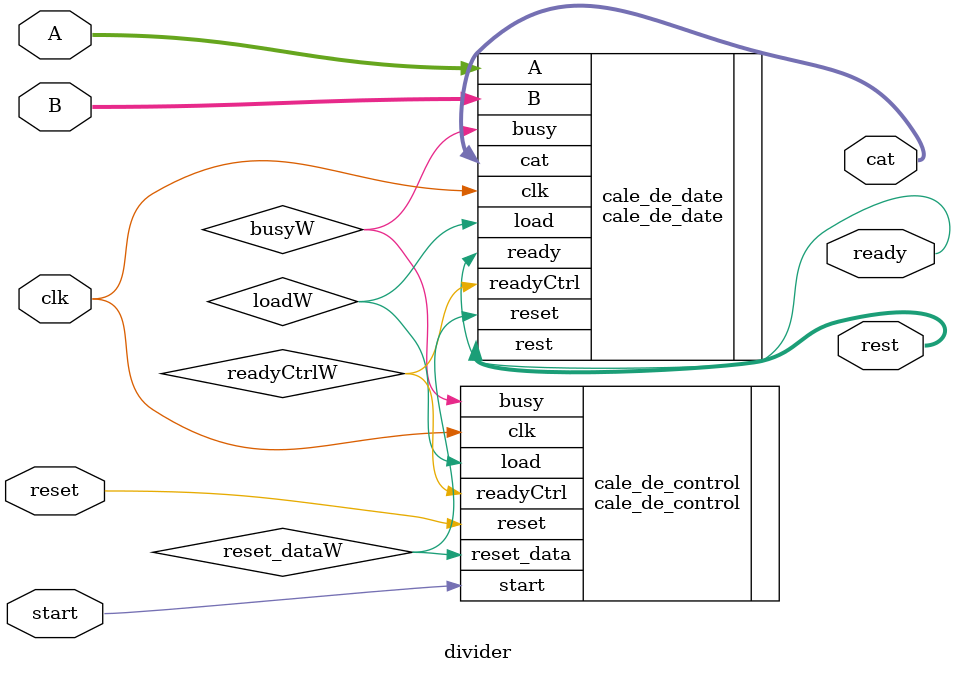
<source format=v>
module divider(clk,start,reset,ready,rest,cat,A,B );

	parameter x = 24;

	
	input clk;
	input start;
	input reset;
	input [x-1:0] A;
	input [x-1:0] B;
    output ready;
	output [x-1:0] rest;
	output [x-1:0] cat;
	wire reset_dataW;
	wire loadW;
	wire readyCtrlW;
	wire busyW;

	cale_de_control #(x) cale_de_control(
										.start(start),
										.clk(clk),
										.reset(reset),
										.reset_data(reset_dataW),
										.load(loadW),
										.readyCtrl(readyCtrlW),
										.busy(busyW));
	

cale_de_date #(x) cale_de_date(	.load(loadW),
						.reset(reset_dataW),
						.busy(busyW),
						.clk(clk),
						.A(A),
						.B(B),
						.rest(rest),
						.cat(cat),
						.readyCtrl(readyCtrlW),
						.ready(ready));


				


endmodule

</source>
